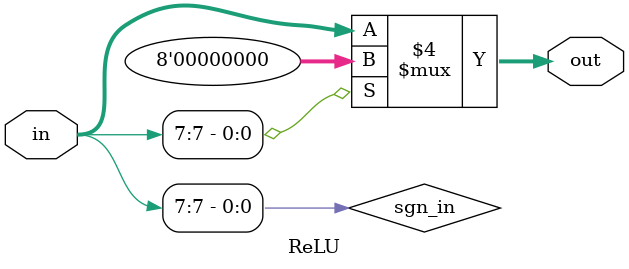
<source format=v>
`timescale 1ns / 1ps
module ReLU
#(parameter N = 8)
(
	input [N-1 : 0] in,
	output reg [N-1 : 0] out
);

wire sgn_in;

assign sgn_in = in[N-1];

always @(*)
	if(sgn_in == 0)
		out = in;
	else
		out = 0;

endmodule

</source>
